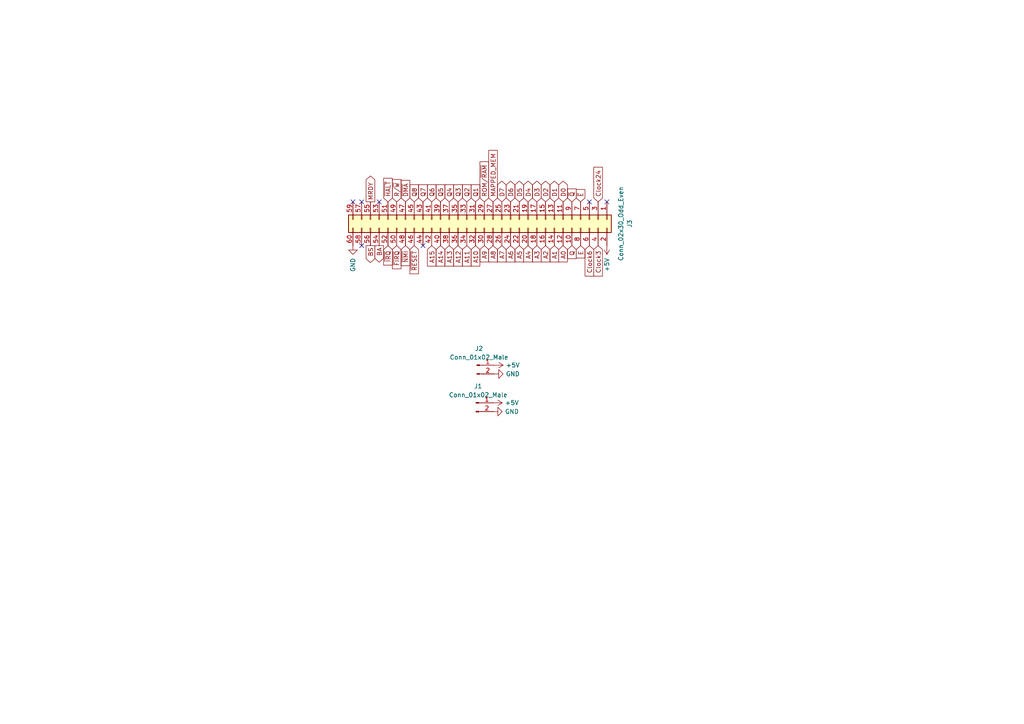
<source format=kicad_sch>
(kicad_sch (version 20230121) (generator eeschema)
  (paper "A4")
  (lib_symbols
    (symbol "Connector:Conn_01x02_Male" (pin_names (offset 1.016) hide)
      (property "Reference" "J" (at 0 2.54 0))
      (property "Value" "Conn_01x02_Male" (at 0 -5.08 0))
      (symbol "Conn_01x02_Male_1_1"
        (polyline (pts (xy 1.27 -2.54) (xy 0.8636 -2.54)) (stroke (width 0.1524)))
        (polyline (pts (xy 1.27 0) (xy 0.8636 0)) (stroke (width 0.1524)))
        (rectangle (start 0.8636 -2.413) (end 0 -2.667) (stroke (width 0.1524)) (fill (type outline)))
        (rectangle (start 0.8636 0.127) (end 0 -0.127) (stroke (width 0.1524)) (fill (type outline)))
        (pin passive line (at 5.08 0 180) (length 3.81) (name "Pin_1") (number "1"))
        (pin passive line (at 5.08 -2.54 180) (length 3.81) (name "Pin_2") (number "2"))
      )
    )
    (symbol "Connector_Generic:Conn_02x30_Odd_Even" (pin_names (offset 1.016) hide)
      (property "Reference" "J" (at 1.27 38.1 0))
      (property "Value" "Conn_02x30_Odd_Even" (at 1.27 -40.64 0))
      (symbol "Conn_02x30_Odd_Even_1_1"
        (rectangle (start -1.27 -37.973) (end 0 -38.227) (stroke (width 0.1524)))
        (rectangle (start -1.27 -35.433) (end 0 -35.687) (stroke (width 0.1524)))
        (rectangle (start -1.27 -32.893) (end 0 -33.147) (stroke (width 0.1524)))
        (rectangle (start -1.27 -30.353) (end 0 -30.607) (stroke (width 0.1524)))
        (rectangle (start -1.27 -27.813) (end 0 -28.067) (stroke (width 0.1524)))
        (rectangle (start -1.27 -25.273) (end 0 -25.527) (stroke (width 0.1524)))
        (rectangle (start -1.27 -22.733) (end 0 -22.987) (stroke (width 0.1524)))
        (rectangle (start -1.27 -20.193) (end 0 -20.447) (stroke (width 0.1524)))
        (rectangle (start -1.27 -17.653) (end 0 -17.907) (stroke (width 0.1524)))
        (rectangle (start -1.27 -15.113) (end 0 -15.367) (stroke (width 0.1524)))
        (rectangle (start -1.27 -12.573) (end 0 -12.827) (stroke (width 0.1524)))
        (rectangle (start -1.27 -10.033) (end 0 -10.287) (stroke (width 0.1524)))
        (rectangle (start -1.27 -7.493) (end 0 -7.747) (stroke (width 0.1524)))
        (rectangle (start -1.27 -4.953) (end 0 -5.207) (stroke (width 0.1524)))
        (rectangle (start -1.27 -2.413) (end 0 -2.667) (stroke (width 0.1524)))
        (rectangle (start -1.27 0.127) (end 0 -0.127) (stroke (width 0.1524)))
        (rectangle (start -1.27 2.667) (end 0 2.413) (stroke (width 0.1524)))
        (rectangle (start -1.27 5.207) (end 0 4.953) (stroke (width 0.1524)))
        (rectangle (start -1.27 7.747) (end 0 7.493) (stroke (width 0.1524)))
        (rectangle (start -1.27 10.287) (end 0 10.033) (stroke (width 0.1524)))
        (rectangle (start -1.27 12.827) (end 0 12.573) (stroke (width 0.1524)))
        (rectangle (start -1.27 15.367) (end 0 15.113) (stroke (width 0.1524)))
        (rectangle (start -1.27 17.907) (end 0 17.653) (stroke (width 0.1524)))
        (rectangle (start -1.27 20.447) (end 0 20.193) (stroke (width 0.1524)))
        (rectangle (start -1.27 22.987) (end 0 22.733) (stroke (width 0.1524)))
        (rectangle (start -1.27 25.527) (end 0 25.273) (stroke (width 0.1524)))
        (rectangle (start -1.27 28.067) (end 0 27.813) (stroke (width 0.1524)))
        (rectangle (start -1.27 30.607) (end 0 30.353) (stroke (width 0.1524)))
        (rectangle (start -1.27 33.147) (end 0 32.893) (stroke (width 0.1524)))
        (rectangle (start -1.27 35.687) (end 0 35.433) (stroke (width 0.1524)))
        (rectangle (start -1.27 36.83) (end 3.81 -39.37) (stroke (width 0.254)) (fill (type background)))
        (rectangle (start 3.81 -37.973) (end 2.54 -38.227) (stroke (width 0.1524)))
        (rectangle (start 3.81 -35.433) (end 2.54 -35.687) (stroke (width 0.1524)))
        (rectangle (start 3.81 -32.893) (end 2.54 -33.147) (stroke (width 0.1524)))
        (rectangle (start 3.81 -30.353) (end 2.54 -30.607) (stroke (width 0.1524)))
        (rectangle (start 3.81 -27.813) (end 2.54 -28.067) (stroke (width 0.1524)))
        (rectangle (start 3.81 -25.273) (end 2.54 -25.527) (stroke (width 0.1524)))
        (rectangle (start 3.81 -22.733) (end 2.54 -22.987) (stroke (width 0.1524)))
        (rectangle (start 3.81 -20.193) (end 2.54 -20.447) (stroke (width 0.1524)))
        (rectangle (start 3.81 -17.653) (end 2.54 -17.907) (stroke (width 0.1524)))
        (rectangle (start 3.81 -15.113) (end 2.54 -15.367) (stroke (width 0.1524)))
        (rectangle (start 3.81 -12.573) (end 2.54 -12.827) (stroke (width 0.1524)))
        (rectangle (start 3.81 -10.033) (end 2.54 -10.287) (stroke (width 0.1524)))
        (rectangle (start 3.81 -7.493) (end 2.54 -7.747) (stroke (width 0.1524)))
        (rectangle (start 3.81 -4.953) (end 2.54 -5.207) (stroke (width 0.1524)))
        (rectangle (start 3.81 -2.413) (end 2.54 -2.667) (stroke (width 0.1524)))
        (rectangle (start 3.81 0.127) (end 2.54 -0.127) (stroke (width 0.1524)))
        (rectangle (start 3.81 2.667) (end 2.54 2.413) (stroke (width 0.1524)))
        (rectangle (start 3.81 5.207) (end 2.54 4.953) (stroke (width 0.1524)))
        (rectangle (start 3.81 7.747) (end 2.54 7.493) (stroke (width 0.1524)))
        (rectangle (start 3.81 10.287) (end 2.54 10.033) (stroke (width 0.1524)))
        (rectangle (start 3.81 12.827) (end 2.54 12.573) (stroke (width 0.1524)))
        (rectangle (start 3.81 15.367) (end 2.54 15.113) (stroke (width 0.1524)))
        (rectangle (start 3.81 17.907) (end 2.54 17.653) (stroke (width 0.1524)))
        (rectangle (start 3.81 20.447) (end 2.54 20.193) (stroke (width 0.1524)))
        (rectangle (start 3.81 22.987) (end 2.54 22.733) (stroke (width 0.1524)))
        (rectangle (start 3.81 25.527) (end 2.54 25.273) (stroke (width 0.1524)))
        (rectangle (start 3.81 28.067) (end 2.54 27.813) (stroke (width 0.1524)))
        (rectangle (start 3.81 30.607) (end 2.54 30.353) (stroke (width 0.1524)))
        (rectangle (start 3.81 33.147) (end 2.54 32.893) (stroke (width 0.1524)))
        (rectangle (start 3.81 35.687) (end 2.54 35.433) (stroke (width 0.1524)))
        (pin passive line (at -5.08 35.56 0) (length 3.81) (name "Pin_1") (number "1"))
        (pin passive line (at 7.62 25.4 180) (length 3.81) (name "Pin_10") (number "10"))
        (pin passive line (at -5.08 22.86 0) (length 3.81) (name "Pin_11") (number "11"))
        (pin passive line (at 7.62 22.86 180) (length 3.81) (name "Pin_12") (number "12"))
        (pin passive line (at -5.08 20.32 0) (length 3.81) (name "Pin_13") (number "13"))
        (pin passive line (at 7.62 20.32 180) (length 3.81) (name "Pin_14") (number "14"))
        (pin passive line (at -5.08 17.78 0) (length 3.81) (name "Pin_15") (number "15"))
        (pin passive line (at 7.62 17.78 180) (length 3.81) (name "Pin_16") (number "16"))
        (pin passive line (at -5.08 15.24 0) (length 3.81) (name "Pin_17") (number "17"))
        (pin passive line (at 7.62 15.24 180) (length 3.81) (name "Pin_18") (number "18"))
        (pin passive line (at -5.08 12.7 0) (length 3.81) (name "Pin_19") (number "19"))
        (pin passive line (at 7.62 35.56 180) (length 3.81) (name "Pin_2") (number "2"))
        (pin passive line (at 7.62 12.7 180) (length 3.81) (name "Pin_20") (number "20"))
        (pin passive line (at -5.08 10.16 0) (length 3.81) (name "Pin_21") (number "21"))
        (pin passive line (at 7.62 10.16 180) (length 3.81) (name "Pin_22") (number "22"))
        (pin passive line (at -5.08 7.62 0) (length 3.81) (name "Pin_23") (number "23"))
        (pin passive line (at 7.62 7.62 180) (length 3.81) (name "Pin_24") (number "24"))
        (pin passive line (at -5.08 5.08 0) (length 3.81) (name "Pin_25") (number "25"))
        (pin passive line (at 7.62 5.08 180) (length 3.81) (name "Pin_26") (number "26"))
        (pin passive line (at -5.08 2.54 0) (length 3.81) (name "Pin_27") (number "27"))
        (pin passive line (at 7.62 2.54 180) (length 3.81) (name "Pin_28") (number "28"))
        (pin passive line (at -5.08 0 0) (length 3.81) (name "Pin_29") (number "29"))
        (pin passive line (at -5.08 33.02 0) (length 3.81) (name "Pin_3") (number "3"))
        (pin passive line (at 7.62 0 180) (length 3.81) (name "Pin_30") (number "30"))
        (pin passive line (at -5.08 -2.54 0) (length 3.81) (name "Pin_31") (number "31"))
        (pin passive line (at 7.62 -2.54 180) (length 3.81) (name "Pin_32") (number "32"))
        (pin passive line (at -5.08 -5.08 0) (length 3.81) (name "Pin_33") (number "33"))
        (pin passive line (at 7.62 -5.08 180) (length 3.81) (name "Pin_34") (number "34"))
        (pin passive line (at -5.08 -7.62 0) (length 3.81) (name "Pin_35") (number "35"))
        (pin passive line (at 7.62 -7.62 180) (length 3.81) (name "Pin_36") (number "36"))
        (pin passive line (at -5.08 -10.16 0) (length 3.81) (name "Pin_37") (number "37"))
        (pin passive line (at 7.62 -10.16 180) (length 3.81) (name "Pin_38") (number "38"))
        (pin passive line (at -5.08 -12.7 0) (length 3.81) (name "Pin_39") (number "39"))
        (pin passive line (at 7.62 33.02 180) (length 3.81) (name "Pin_4") (number "4"))
        (pin passive line (at 7.62 -12.7 180) (length 3.81) (name "Pin_40") (number "40"))
        (pin passive line (at -5.08 -15.24 0) (length 3.81) (name "Pin_41") (number "41"))
        (pin passive line (at 7.62 -15.24 180) (length 3.81) (name "Pin_42") (number "42"))
        (pin passive line (at -5.08 -17.78 0) (length 3.81) (name "Pin_43") (number "43"))
        (pin passive line (at 7.62 -17.78 180) (length 3.81) (name "Pin_44") (number "44"))
        (pin passive line (at -5.08 -20.32 0) (length 3.81) (name "Pin_45") (number "45"))
        (pin passive line (at 7.62 -20.32 180) (length 3.81) (name "Pin_46") (number "46"))
        (pin passive line (at -5.08 -22.86 0) (length 3.81) (name "Pin_47") (number "47"))
        (pin passive line (at 7.62 -22.86 180) (length 3.81) (name "Pin_48") (number "48"))
        (pin passive line (at -5.08 -25.4 0) (length 3.81) (name "Pin_49") (number "49"))
        (pin passive line (at -5.08 30.48 0) (length 3.81) (name "Pin_5") (number "5"))
        (pin passive line (at 7.62 -25.4 180) (length 3.81) (name "Pin_50") (number "50"))
        (pin passive line (at -5.08 -27.94 0) (length 3.81) (name "Pin_51") (number "51"))
        (pin passive line (at 7.62 -27.94 180) (length 3.81) (name "Pin_52") (number "52"))
        (pin passive line (at -5.08 -30.48 0) (length 3.81) (name "Pin_53") (number "53"))
        (pin passive line (at 7.62 -30.48 180) (length 3.81) (name "Pin_54") (number "54"))
        (pin passive line (at -5.08 -33.02 0) (length 3.81) (name "Pin_55") (number "55"))
        (pin passive line (at 7.62 -33.02 180) (length 3.81) (name "Pin_56") (number "56"))
        (pin passive line (at -5.08 -35.56 0) (length 3.81) (name "Pin_57") (number "57"))
        (pin passive line (at 7.62 -35.56 180) (length 3.81) (name "Pin_58") (number "58"))
        (pin passive line (at -5.08 -38.1 0) (length 3.81) (name "Pin_59") (number "59"))
        (pin passive line (at 7.62 30.48 180) (length 3.81) (name "Pin_6") (number "6"))
        (pin passive line (at 7.62 -38.1 180) (length 3.81) (name "Pin_60") (number "60"))
        (pin passive line (at -5.08 27.94 0) (length 3.81) (name "Pin_7") (number "7"))
        (pin passive line (at 7.62 27.94 180) (length 3.81) (name "Pin_8") (number "8"))
        (pin passive line (at -5.08 25.4 0) (length 3.81) (name "Pin_9") (number "9"))
      )
    )
    (symbol "power:+5V" (power) (pin_names (offset 0))
      (property "Value" "+5V" (at 0 3.556 0))
      (symbol "+5V_0_1"
        (polyline (pts (xy -0.762 1.27) (xy 0 2.54)))
        (polyline (pts (xy 0 0) (xy 0 2.54)))
        (polyline (pts (xy 0 2.54) (xy 0.762 1.27)))
      )
      (symbol "+5V_1_1"
        (pin power_in line (at 0 0 90) (length 0) hide (name "+5V") (number "1"))
      )
    )
    (symbol "power:GND" (power) (pin_names (offset 0))
      (property "Value" "GND" (at 0 -3.81 0))
      (symbol "GND_0_1"
        (polyline (pts (xy 0 0) (xy 0 -1.27) (xy 1.27 -1.27) (xy 0 -2.54) (xy -1.27 -1.27) (xy 0 -1.27)))
      )
      (symbol "GND_1_1"
        (pin power_in line (at 0 0 270) (length 0) hide (name "GND") (number "1"))
      )
    )
  )
  (no_connect (at 122.682 71.247))
  (no_connect (at 170.942 58.547))
  (no_connect (at 102.362 58.547))
  (no_connect (at 176.022 58.547))
  (no_connect (at 109.982 58.547))
  (no_connect (at 104.902 58.547))
  (no_connect (at 104.902 71.247))
  (global_label "R{slash}~{W}" (shape input) (at 115.062 58.547 90) (property "Intersheetrefs" "${INTERSHEET_REFS}" (effects hide)))
  (global_label "Clock3" (shape input) (at 173.482 71.247 270) (property "Intersheetrefs" "${INTERSHEET_REFS}" (effects hide)))
  (global_label "A2" (shape input) (at 158.242 71.247 270) (property "Intersheetrefs" "${INTERSHEET_REFS}" (effects hide)))
  (global_label "A1" (shape input) (at 160.782 71.247 270) (property "Intersheetrefs" "${INTERSHEET_REFS}" (effects hide)))
  (global_label "~{RESET}" (shape input) (at 120.142 71.247 270) (property "Intersheetrefs" "${INTERSHEET_REFS}" (effects hide)))
  (global_label "A4" (shape input) (at 153.162 71.247 270) (property "Intersheetrefs" "${INTERSHEET_REFS}" (effects hide)))
  (global_label "~{Q}" (shape input) (at 165.862 58.547 90) (property "Intersheetrefs" "${INTERSHEET_REFS}" (effects hide)))
  (global_label "D2" (shape bidirectional) (at 158.242 58.547 90) (property "Intersheetrefs" "${INTERSHEET_REFS}" (effects hide)))
  (global_label "A14" (shape input) (at 127.762 71.247 270) (property "Intersheetrefs" "${INTERSHEET_REFS}" (effects hide)))
  (global_label "ROM{slash}~{RAM}" (shape input) (at 140.462 58.547 90) (property "Intersheetrefs" "${INTERSHEET_REFS}" (effects hide)))
  (global_label "Clock6" (shape input) (at 170.942 71.247 270) (property "Intersheetrefs" "${INTERSHEET_REFS}" (effects hide)))
  (global_label "MAPPED_MEM" (shape input) (at 143.002 58.547 90) (property "Intersheetrefs" "${INTERSHEET_REFS}" (effects hide)))
  (global_label "D0" (shape bidirectional) (at 163.322 58.547 90) (property "Intersheetrefs" "${INTERSHEET_REFS}" (effects hide)))
  (global_label "D4" (shape bidirectional) (at 153.162 58.547 90) (property "Intersheetrefs" "${INTERSHEET_REFS}" (effects hide)))
  (global_label "~{IRQ}" (shape input) (at 112.522 71.247 270) (property "Intersheetrefs" "${INTERSHEET_REFS}" (effects hide)))
  (global_label "Q5" (shape input) (at 127.762 58.547 90) (property "Intersheetrefs" "${INTERSHEET_REFS}" (effects hide)))
  (global_label "BA" (shape output) (at 109.982 71.247 270) (property "Intersheetrefs" "${INTERSHEET_REFS}" (effects hide)))
  (global_label "Q6" (shape input) (at 125.222 58.547 90) (property "Intersheetrefs" "${INTERSHEET_REFS}" (effects hide)))
  (global_label "A6" (shape input) (at 148.082 71.247 270) (property "Intersheetrefs" "${INTERSHEET_REFS}" (effects hide)))
  (global_label "A5" (shape input) (at 150.622 71.247 270) (property "Intersheetrefs" "${INTERSHEET_REFS}" (effects hide)))
  (global_label "~{HALT}" (shape input) (at 112.522 58.547 90) (property "Intersheetrefs" "${INTERSHEET_REFS}" (effects hide)))
  (global_label "A12" (shape input) (at 132.842 71.247 270) (property "Intersheetrefs" "${INTERSHEET_REFS}" (effects hide)))
  (global_label "D6" (shape bidirectional) (at 148.082 58.547 90) (property "Intersheetrefs" "${INTERSHEET_REFS}" (effects hide)))
  (global_label "Q1" (shape input) (at 137.922 58.547 90) (property "Intersheetrefs" "${INTERSHEET_REFS}" (effects hide)))
  (global_label "Clock24" (shape input) (at 173.482 58.547 90) (property "Intersheetrefs" "${INTERSHEET_REFS}" (effects hide)))
  (global_label "~{FIRQ}" (shape input) (at 115.062 71.247 270) (property "Intersheetrefs" "${INTERSHEET_REFS}" (effects hide)))
  (global_label "A3" (shape input) (at 155.702 71.247 270) (property "Intersheetrefs" "${INTERSHEET_REFS}" (effects hide)))
  (global_label "Q" (shape input) (at 165.862 71.247 270) (property "Intersheetrefs" "${INTERSHEET_REFS}" (effects hide)))
  (global_label "A15" (shape input) (at 125.222 71.247 270) (property "Intersheetrefs" "${INTERSHEET_REFS}" (effects hide)))
  (global_label "A7" (shape input) (at 145.542 71.247 270) (property "Intersheetrefs" "${INTERSHEET_REFS}" (effects hide)))
  (global_label "A10" (shape input) (at 137.922 71.247 270) (property "Intersheetrefs" "${INTERSHEET_REFS}" (effects hide)))
  (global_label "~{E}" (shape input) (at 168.402 58.547 90) (property "Intersheetrefs" "${INTERSHEET_REFS}" (effects hide)))
  (global_label "A13" (shape input) (at 130.302 71.247 270) (property "Intersheetrefs" "${INTERSHEET_REFS}" (effects hide)))
  (global_label "Q3" (shape input) (at 132.842 58.547 90) (property "Intersheetrefs" "${INTERSHEET_REFS}" (effects hide)))
  (global_label "E" (shape input) (at 168.402 71.247 270) (property "Intersheetrefs" "${INTERSHEET_REFS}" (effects hide)))
  (global_label "Q4" (shape input) (at 130.302 58.547 90) (property "Intersheetrefs" "${INTERSHEET_REFS}" (effects hide)))
  (global_label "A0" (shape input) (at 163.322 71.247 270) (property "Intersheetrefs" "${INTERSHEET_REFS}" (effects hide)))
  (global_label "D5" (shape bidirectional) (at 150.622 58.547 90) (property "Intersheetrefs" "${INTERSHEET_REFS}" (effects hide)))
  (global_label "D3" (shape bidirectional) (at 155.702 58.547 90) (property "Intersheetrefs" "${INTERSHEET_REFS}" (effects hide)))
  (global_label "Q2" (shape input) (at 135.382 58.547 90) (property "Intersheetrefs" "${INTERSHEET_REFS}" (effects hide)))
  (global_label "A8" (shape input) (at 143.002 71.247 270) (property "Intersheetrefs" "${INTERSHEET_REFS}" (effects hide)))
  (global_label "~{DMA}" (shape input) (at 117.602 58.547 90) (property "Intersheetrefs" "${INTERSHEET_REFS}" (effects hide)))
  (global_label "D7" (shape bidirectional) (at 145.542 58.547 90) (property "Intersheetrefs" "${INTERSHEET_REFS}" (effects hide)))
  (global_label "BS" (shape output) (at 107.442 71.247 270) (property "Intersheetrefs" "${INTERSHEET_REFS}" (effects hide)))
  (global_label "MRDY" (shape output) (at 107.442 58.547 90) (property "Intersheetrefs" "${INTERSHEET_REFS}" (effects hide)))
  (global_label "Q7" (shape input) (at 122.682 58.547 90) (property "Intersheetrefs" "${INTERSHEET_REFS}" (effects hide)))
  (global_label "A9" (shape input) (at 140.462 71.247 270) (property "Intersheetrefs" "${INTERSHEET_REFS}" (effects hide)))
  (global_label "A11" (shape input) (at 135.382 71.247 270) (property "Intersheetrefs" "${INTERSHEET_REFS}" (effects hide)))
  (global_label "~{NMI}" (shape input) (at 117.602 71.247 270) (property "Intersheetrefs" "${INTERSHEET_REFS}" (effects hide)))
  (global_label "Q8" (shape input) (at 120.142 58.547 90) (property "Intersheetrefs" "${INTERSHEET_REFS}" (effects hide)))
  (global_label "D1" (shape bidirectional) (at 160.782 58.547 90) (property "Intersheetrefs" "${INTERSHEET_REFS}" (effects hide)))
  (symbol (lib_id "Connector:Conn_01x02_Male") (at 138.303 105.918 0) (unit 1)
    (property "Reference" "J2" (at 138.938 101.092 0))
    (property "Value" "Conn_01x02_Male" (at 138.938 103.632 0))
    (property "Footprint" "Connector_PinHeader_2.54mm:PinHeader_1x02_P2.54mm_Vertical" (effects hide))
  )
  (symbol (lib_id "power:+5V") (at 143.383 105.918 270) (unit 1)
    (property "Reference" "#PWR018" (effects hide))
    (property "Value" "+5V" (at 146.685 105.9179 90) (effects (justify left)))
  )
  (symbol (lib_id "power:GND") (at 143.383 108.458 90) (unit 1)
    (property "Reference" "#PWR019" (effects hide))
    (property "Value" "GND" (at 146.685 108.4579 90) (effects (justify right)))
  )
  (symbol (lib_id "power:GND") (at 143.129 119.38 90) (unit 1)
    (property "Reference" "#PWR017" (effects hide))
    (property "Value" "GND" (at 146.431 119.3799 90) (effects (justify right)))
  )
  (symbol (lib_id "Connector_Generic:Conn_02x30_Odd_Even") (at 140.462 63.627 270) (unit 1)
    (property "Reference" "J3" (at 182.626 64.897 0))
    (property "Value" "Conn_02x30_Odd_Even" (at 180.086 64.897 0))
    (property "Footprint" "Connector_PinHeader_2.54mm:PinHeader_2x30_P2.54mm_Vertical" (effects hide))
  )
  (symbol (lib_id "Connector:Conn_01x02_Male") (at 138.049 116.84 0) (unit 1)
    (property "Reference" "J1" (at 138.684 112.014 0))
    (property "Value" "Conn_01x02_Male" (at 138.684 114.554 0))
    (property "Footprint" "Connector_PinHeader_2.54mm:PinHeader_1x02_P2.54mm_Vertical" (effects hide))
  )
  (symbol (lib_id "power:+5V") (at 143.129 116.84 270) (unit 1)
    (property "Reference" "#PWR016" (effects hide))
    (property "Value" "+5V" (at 146.431 116.8399 90) (effects (justify left)))
  )
  (symbol (lib_id "power:+5V") (at 176.022 71.247 180) (unit 1)
    (property "Reference" "#PWR020" (effects hide))
    (property "Value" "+5V" (at 176.022 78.867 90) (effects (justify right)))
  )
  (symbol (lib_id "power:GND") (at 102.362 71.247 0) (unit 1)
    (property "Reference" "#PWR015" (effects hide))
    (property "Value" "GND" (at 102.3621 74.803 90) (effects (justify right)))
  )
)
</source>
